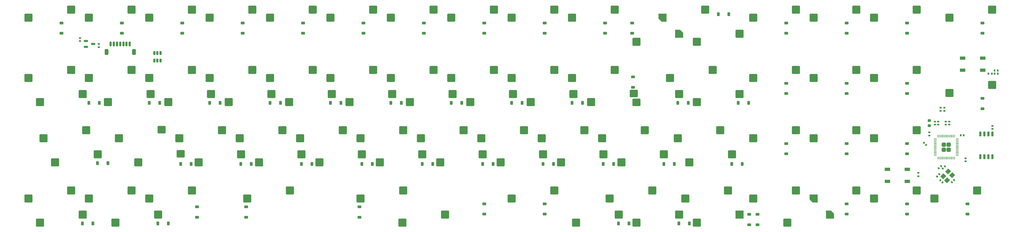
<source format=gbr>
%TF.GenerationSoftware,KiCad,Pcbnew,8.0.5*%
%TF.CreationDate,2024-09-17T11:40:20-04:00*%
%TF.ProjectId,Limousine,4c696d6f-7573-4696-9e65-2e6b69636164,rev?*%
%TF.SameCoordinates,Original*%
%TF.FileFunction,Paste,Bot*%
%TF.FilePolarity,Positive*%
%FSLAX46Y46*%
G04 Gerber Fmt 4.6, Leading zero omitted, Abs format (unit mm)*
G04 Created by KiCad (PCBNEW 8.0.5) date 2024-09-17 11:40:20*
%MOMM*%
%LPD*%
G01*
G04 APERTURE LIST*
G04 Aperture macros list*
%AMRoundRect*
0 Rectangle with rounded corners*
0 $1 Rounding radius*
0 $2 $3 $4 $5 $6 $7 $8 $9 X,Y pos of 4 corners*
0 Add a 4 corners polygon primitive as box body*
4,1,4,$2,$3,$4,$5,$6,$7,$8,$9,$2,$3,0*
0 Add four circle primitives for the rounded corners*
1,1,$1+$1,$2,$3*
1,1,$1+$1,$4,$5*
1,1,$1+$1,$6,$7*
1,1,$1+$1,$8,$9*
0 Add four rect primitives between the rounded corners*
20,1,$1+$1,$2,$3,$4,$5,0*
20,1,$1+$1,$4,$5,$6,$7,0*
20,1,$1+$1,$6,$7,$8,$9,0*
20,1,$1+$1,$8,$9,$2,$3,0*%
%AMRotRect*
0 Rectangle, with rotation*
0 The origin of the aperture is its center*
0 $1 length*
0 $2 width*
0 $3 Rotation angle, in degrees counterclockwise*
0 Add horizontal line*
21,1,$1,$2,0,0,$3*%
%AMOutline4P*
0 Free polygon, 4 corners , with rotation*
0 The origin of the aperture is its center*
0 number of corners: always 4*
0 $1 to $8 corner X, Y*
0 $9 Rotation angle, in degrees counterclockwise*
0 create outline with 4 corners*
4,1,4,$1,$2,$3,$4,$5,$6,$7,$8,$1,$2,$9*%
%AMOutline5P*
0 Free polygon, 5 corners , with rotation*
0 The origin of the aperture is its center*
0 number of corners: always 5*
0 $1 to $10 corner X, Y*
0 $11 Rotation angle, in degrees counterclockwise*
0 create outline with 5 corners*
4,1,5,$1,$2,$3,$4,$5,$6,$7,$8,$9,$10,$1,$2,$11*%
%AMOutline6P*
0 Free polygon, 6 corners , with rotation*
0 The origin of the aperture is its center*
0 number of corners: always 6*
0 $1 to $12 corner X, Y*
0 $13 Rotation angle, in degrees counterclockwise*
0 create outline with 6 corners*
4,1,6,$1,$2,$3,$4,$5,$6,$7,$8,$9,$10,$11,$12,$1,$2,$13*%
%AMOutline7P*
0 Free polygon, 7 corners , with rotation*
0 The origin of the aperture is its center*
0 number of corners: always 7*
0 $1 to $14 corner X, Y*
0 $15 Rotation angle, in degrees counterclockwise*
0 create outline with 7 corners*
4,1,7,$1,$2,$3,$4,$5,$6,$7,$8,$9,$10,$11,$12,$13,$14,$1,$2,$15*%
%AMOutline8P*
0 Free polygon, 8 corners , with rotation*
0 The origin of the aperture is its center*
0 number of corners: always 8*
0 $1 to $16 corner X, Y*
0 $17 Rotation angle, in degrees counterclockwise*
0 create outline with 8 corners*
4,1,8,$1,$2,$3,$4,$5,$6,$7,$8,$9,$10,$11,$12,$13,$14,$15,$16,$1,$2,$17*%
G04 Aperture macros list end*
%ADD10RoundRect,0.140000X0.170000X-0.140000X0.170000X0.140000X-0.170000X0.140000X-0.170000X-0.140000X0*%
%ADD11RoundRect,0.250000X1.025000X1.000000X-1.025000X1.000000X-1.025000X-1.000000X1.025000X-1.000000X0*%
%ADD12RoundRect,0.225000X0.375000X-0.225000X0.375000X0.225000X-0.375000X0.225000X-0.375000X-0.225000X0*%
%ADD13RoundRect,0.250000X-1.025000X-1.000000X1.025000X-1.000000X1.025000X1.000000X-1.025000X1.000000X0*%
%ADD14RoundRect,0.150000X-0.150000X0.475000X-0.150000X-0.475000X0.150000X-0.475000X0.150000X0.475000X0*%
%ADD15RoundRect,0.225000X0.225000X0.375000X-0.225000X0.375000X-0.225000X-0.375000X0.225000X-0.375000X0*%
%ADD16RoundRect,0.225000X-0.375000X0.225000X-0.375000X-0.225000X0.375000X-0.225000X0.375000X0.225000X0*%
%ADD17RoundRect,0.140000X-0.170000X0.140000X-0.170000X-0.140000X0.170000X-0.140000X0.170000X0.140000X0*%
%ADD18RoundRect,0.135000X-0.135000X-0.185000X0.135000X-0.185000X0.135000X0.185000X-0.135000X0.185000X0*%
%ADD19RoundRect,0.135000X-0.185000X0.135000X-0.185000X-0.135000X0.185000X-0.135000X0.185000X0.135000X0*%
%ADD20RoundRect,0.140000X0.021213X-0.219203X0.219203X-0.021213X-0.021213X0.219203X-0.219203X0.021213X0*%
%ADD21RoundRect,0.140000X-0.140000X-0.170000X0.140000X-0.170000X0.140000X0.170000X-0.140000X0.170000X0*%
%ADD22Outline5P,-1.275000X1.250000X0.275000X1.250000X1.275000X0.250000X1.275000X-1.250000X-1.275000X-1.250000X0.000000*%
%ADD23R,1.700000X1.000000*%
%ADD24RoundRect,0.249999X0.395001X0.395001X-0.395001X0.395001X-0.395001X-0.395001X0.395001X-0.395001X0*%
%ADD25RoundRect,0.050000X0.387500X0.050000X-0.387500X0.050000X-0.387500X-0.050000X0.387500X-0.050000X0*%
%ADD26RoundRect,0.050000X0.050000X0.387500X-0.050000X0.387500X-0.050000X-0.387500X0.050000X-0.387500X0*%
%ADD27RoundRect,0.150000X-0.512500X-0.150000X0.512500X-0.150000X0.512500X0.150000X-0.512500X0.150000X0*%
%ADD28RoundRect,0.150000X-0.150000X-0.625000X0.150000X-0.625000X0.150000X0.625000X-0.150000X0.625000X0*%
%ADD29RoundRect,0.250000X-0.350000X-0.650000X0.350000X-0.650000X0.350000X0.650000X-0.350000X0.650000X0*%
%ADD30RoundRect,0.140000X-0.021213X0.219203X-0.219203X0.021213X0.021213X-0.219203X0.219203X-0.021213X0*%
%ADD31RoundRect,0.230000X-1.045000X-0.920000X1.045000X-0.920000X1.045000X0.920000X-1.045000X0.920000X0*%
%ADD32RoundRect,0.225000X0.250000X-0.225000X0.250000X0.225000X-0.250000X0.225000X-0.250000X-0.225000X0*%
%ADD33RotRect,1.400000X1.200000X45.000000*%
%ADD34Outline4P,-1.275000X1.250000X1.275000X1.250000X1.275000X-1.250000X-1.275000X-1.250000X0.000000*%
%ADD35Outline5P,-1.275000X1.250000X0.275000X1.250000X1.275000X0.250000X1.275000X-1.250000X-1.275000X-1.250000X180.000000*%
%ADD36RoundRect,0.150000X0.150000X-0.650000X0.150000X0.650000X-0.150000X0.650000X-0.150000X-0.650000X0*%
%ADD37RoundRect,0.140000X0.219203X0.021213X0.021213X0.219203X-0.219203X-0.021213X-0.021213X-0.219203X0*%
%ADD38RoundRect,0.230000X1.045000X0.920000X-1.045000X0.920000X-1.045000X-0.920000X1.045000X-0.920000X0*%
%ADD39RoundRect,0.135000X0.035355X-0.226274X0.226274X-0.035355X-0.035355X0.226274X-0.226274X0.035355X0*%
G04 APERTURE END LIST*
D10*
%TO.C,C2*%
X34329672Y-30259361D03*
X34329672Y-29299361D03*
%TD*%
D11*
%TO.C,MX9*%
X170440000Y-22860000D03*
X183890000Y-20320000D03*
%TD*%
D12*
%TO.C,D6*%
X123731928Y-27843750D03*
X123731928Y-24543750D03*
%TD*%
%TO.C,D56*%
X180899450Y-84993750D03*
X180899450Y-81693750D03*
%TD*%
D13*
%TO.C,MX51*%
X45503720Y-87630008D03*
X58953720Y-85090008D03*
%TD*%
D14*
%TO.C,U2*%
X57787464Y-34047640D03*
X58737464Y-34047641D03*
X59687464Y-34047640D03*
X59687464Y-36397640D03*
X58737464Y-36397639D03*
X57787464Y-36397640D03*
%TD*%
D15*
%TO.C,D43*%
X221736880Y-69155488D03*
X218436880Y-69155488D03*
%TD*%
D11*
%TO.C,MX20*%
X75190000Y-41910000D03*
X88640000Y-39370000D03*
%TD*%
D13*
%TO.C,MX90*%
X239928584Y-66040024D03*
X226478584Y-68580024D03*
%TD*%
D12*
%TO.C,D1*%
X28482008Y-27843750D03*
X28482008Y-24543750D03*
%TD*%
%TO.C,D3*%
X66581976Y-27843750D03*
X66581976Y-24543750D03*
%TD*%
D15*
%TO.C,D17*%
X40444512Y-49807784D03*
X37144512Y-49807784D03*
%TD*%
D16*
%TO.C,D11*%
X208458432Y-24543750D03*
X208458432Y-27843750D03*
%TD*%
D12*
%TO.C,D45*%
X257081816Y-65943750D03*
X257081816Y-62643750D03*
%TD*%
D11*
%TO.C,MX50*%
X37090000Y-80010000D03*
X50540000Y-77470000D03*
%TD*%
%TO.C,MX36*%
X98164952Y-58420048D03*
X84714952Y-60960048D03*
%TD*%
D12*
%TO.C,D62*%
X295181784Y-84993750D03*
X295181784Y-81693750D03*
%TD*%
%TO.C,D63*%
X314231768Y-84993750D03*
X314231768Y-81693750D03*
%TD*%
D17*
%TO.C,C1*%
X40233420Y-31209360D03*
X40233420Y-32169360D03*
%TD*%
D11*
%TO.C,MX16*%
X308552500Y-22860000D03*
X322002500Y-20320000D03*
%TD*%
D15*
%TO.C,D27*%
X226181856Y-49807784D03*
X222881856Y-49807784D03*
%TD*%
D12*
%TO.C,D59*%
X245367776Y-88367192D03*
X245367776Y-85067192D03*
%TD*%
D11*
%TO.C,MX5*%
X94240000Y-22860000D03*
X107690000Y-20320000D03*
%TD*%
D18*
%TO.C,R4*%
X322800276Y-40574184D03*
X323820276Y-40574184D03*
%TD*%
D11*
%TO.C,MX37*%
X117214952Y-58420048D03*
X103764952Y-60960048D03*
%TD*%
D15*
%TO.C,D44*%
X243148248Y-69155488D03*
X239848248Y-69155488D03*
%TD*%
%TO.C,D22*%
X135694432Y-49807784D03*
X132394432Y-49807784D03*
%TD*%
D13*
%TO.C,MX49*%
X21691240Y-87630008D03*
X35141240Y-85090008D03*
%TD*%
%TO.C,MX82*%
X85147464Y-66040024D03*
X71697464Y-68580024D03*
%TD*%
D11*
%TO.C,MX44*%
X236277336Y-58420024D03*
X222827336Y-60960024D03*
%TD*%
%TO.C,MX30*%
X265690000Y-41910000D03*
X279140000Y-39370000D03*
%TD*%
D19*
%TO.C,R8*%
X305748572Y-51375112D03*
X305748572Y-52395112D03*
%TD*%
D12*
%TO.C,D13*%
X257081816Y-27843750D03*
X257081816Y-24543750D03*
%TD*%
D11*
%TO.C,MX52*%
X56140000Y-80010000D03*
X69590000Y-77470000D03*
%TD*%
D12*
%TO.C,D15*%
X295181784Y-27843750D03*
X295181784Y-24543750D03*
%TD*%
D20*
%TO.C,C10*%
X309278689Y-74846379D03*
X309957511Y-74167557D03*
%TD*%
D11*
%TO.C,MX54*%
X136264904Y-77470000D03*
X122814904Y-80010000D03*
%TD*%
D12*
%TO.C,D31*%
X295181784Y-46893750D03*
X295181784Y-43593750D03*
%TD*%
D13*
%TO.C,MX83*%
X104197448Y-66040024D03*
X90747448Y-68580024D03*
%TD*%
%TO.C,MX74*%
X119322408Y-49530000D03*
X132772408Y-46990000D03*
%TD*%
D15*
%TO.C,D41*%
X183636912Y-69155488D03*
X180336912Y-69155488D03*
%TD*%
D11*
%TO.C,MX47*%
X284740000Y-60960000D03*
X298190000Y-58420000D03*
%TD*%
D19*
%TO.C,R7*%
X306939196Y-51375112D03*
X306939196Y-52395112D03*
%TD*%
D12*
%TO.C,D60*%
X248046680Y-88367192D03*
X248046680Y-85067192D03*
%TD*%
D21*
%TO.C,C7*%
X312114660Y-60070652D03*
X313074660Y-60070652D03*
%TD*%
D13*
%TO.C,MX73*%
X100272424Y-49530000D03*
X113722424Y-46990000D03*
%TD*%
D12*
%TO.C,D29*%
X257081816Y-46893750D03*
X257081816Y-43593750D03*
%TD*%
D11*
%TO.C,MX1*%
X18040000Y-22860000D03*
X31490000Y-20320000D03*
%TD*%
D15*
%TO.C,D19*%
X78544480Y-49807784D03*
X75244480Y-49807784D03*
%TD*%
D11*
%TO.C,MX66*%
X303790000Y-80010000D03*
X317240000Y-77470000D03*
%TD*%
D12*
%TO.C,D30*%
X276131800Y-46893750D03*
X276131800Y-43593750D03*
%TD*%
D17*
%TO.C,C8*%
X313636456Y-67329708D03*
X313636456Y-68289708D03*
%TD*%
D13*
%TO.C,MX55*%
X149441144Y-85090000D03*
X135991144Y-87630000D03*
%TD*%
D15*
%TO.C,D12*%
X238981064Y-21828120D03*
X235681064Y-21828120D03*
%TD*%
D13*
%TO.C,MX84*%
X123247432Y-66040024D03*
X109797432Y-68580024D03*
%TD*%
D10*
%TO.C,C3*%
X305004432Y-56681124D03*
X305004432Y-55721124D03*
%TD*%
D12*
%TO.C,D7*%
X142781912Y-27843750D03*
X142781912Y-24543750D03*
%TD*%
D13*
%TO.C,MX28*%
X242310000Y-46990000D03*
X228860000Y-49530000D03*
%TD*%
D12*
%TO.C,D55*%
X161849330Y-84993750D03*
X161849330Y-81693750D03*
%TD*%
D22*
%TO.C,MX63*%
X270884792Y-85090000D03*
D13*
X257434792Y-87630000D03*
%TD*%
%TO.C,MX71*%
X62172456Y-49530000D03*
X75622456Y-46990000D03*
%TD*%
D15*
%TO.C,D38*%
X126486960Y-69155488D03*
X123186960Y-69155488D03*
%TD*%
D11*
%TO.C,MX70*%
X37090000Y-41910000D03*
X50540000Y-39370000D03*
%TD*%
D15*
%TO.C,D23*%
X154744416Y-49807784D03*
X151444416Y-49807784D03*
%TD*%
D18*
%TO.C,R6*%
X322800276Y-39532388D03*
X323820276Y-39532388D03*
%TD*%
D13*
%TO.C,MX80*%
X26453752Y-68580024D03*
X39903752Y-66040024D03*
%TD*%
D11*
%TO.C,MX19*%
X56140000Y-41910000D03*
X69590000Y-39370000D03*
%TD*%
D23*
%TO.C,RST1*%
X295250000Y-70821032D03*
X288950000Y-70821032D03*
X295250000Y-74621032D03*
X288950000Y-74621032D03*
%TD*%
D24*
%TO.C,U3*%
X308334508Y-64591352D03*
X308334508Y-62991352D03*
X306734508Y-64591352D03*
X306734508Y-62991352D03*
D25*
X310972008Y-61191352D03*
X310972008Y-61591352D03*
X310972008Y-61991352D03*
X310972008Y-62391352D03*
X310972008Y-62791352D03*
X310972008Y-63191352D03*
X310972008Y-63591352D03*
X310972008Y-63991352D03*
X310972008Y-64391352D03*
X310972008Y-64791352D03*
X310972008Y-65191352D03*
X310972008Y-65591352D03*
X310972008Y-65991352D03*
X310972008Y-66391352D03*
D26*
X310134508Y-67228852D03*
X309734508Y-67228852D03*
X309334508Y-67228852D03*
X308934508Y-67228852D03*
X308534508Y-67228852D03*
X308134508Y-67228852D03*
X307734508Y-67228852D03*
X307334508Y-67228852D03*
X306934508Y-67228852D03*
X306534508Y-67228852D03*
X306134508Y-67228852D03*
X305734508Y-67228852D03*
X305334508Y-67228852D03*
X304934508Y-67228852D03*
D25*
X304097008Y-66391352D03*
X304097008Y-65991352D03*
X304097008Y-65591352D03*
X304097008Y-65191352D03*
X304097008Y-64791352D03*
X304097008Y-64391352D03*
X304097008Y-63991352D03*
X304097008Y-63591352D03*
X304097008Y-63191352D03*
X304097008Y-62791352D03*
X304097008Y-62391352D03*
X304097008Y-61991352D03*
X304097008Y-61591352D03*
X304097008Y-61191352D03*
D26*
X304934508Y-60353852D03*
X305334508Y-60353852D03*
X305734508Y-60353852D03*
X306134508Y-60353852D03*
X306534508Y-60353852D03*
X306934508Y-60353852D03*
X307334508Y-60353852D03*
X307734508Y-60353852D03*
X308134508Y-60353852D03*
X308534508Y-60353852D03*
X308934508Y-60353852D03*
X309334508Y-60353852D03*
X309734508Y-60353852D03*
X310134508Y-60353852D03*
%TD*%
D15*
%TO.C,D21*%
X116644448Y-49807784D03*
X113344448Y-49807784D03*
%TD*%
%TO.C,D49*%
X62173400Y-87907816D03*
X58873400Y-87907816D03*
%TD*%
D27*
%TO.C,U1*%
X36168732Y-32159359D03*
X36168732Y-30259361D03*
X38443732Y-31209360D03*
%TD*%
D13*
%TO.C,MX69*%
X21691240Y-49530000D03*
X35141240Y-46990000D03*
%TD*%
D11*
%TO.C,MX35*%
X79114968Y-58420048D03*
X65664968Y-60960048D03*
%TD*%
D12*
%TO.C,D52*%
X86717128Y-85985944D03*
X86717128Y-82685944D03*
%TD*%
D11*
%TO.C,MX31*%
X284740000Y-41910000D03*
X298190000Y-39370000D03*
%TD*%
D12*
%TO.C,D4*%
X85631960Y-27843750D03*
X85631960Y-24543750D03*
%TD*%
D11*
%TO.C,MX10*%
X189490000Y-22860000D03*
X202940000Y-20320000D03*
%TD*%
D12*
%TO.C,D50*%
X71239016Y-85985944D03*
X71239016Y-82685944D03*
%TD*%
D13*
%TO.C,MX12*%
X242310000Y-27940000D03*
X228860000Y-30480000D03*
%TD*%
%TO.C,MX77*%
X176472360Y-49530000D03*
X189922360Y-46990000D03*
%TD*%
D11*
%TO.C,MX23*%
X132340000Y-41910000D03*
X145790000Y-39370000D03*
%TD*%
%TO.C,MX17*%
X18040000Y-41910000D03*
X31490000Y-39370000D03*
%TD*%
D28*
%TO.C,J1*%
X43996064Y-31209360D03*
X44996064Y-31209360D03*
X45996064Y-31209360D03*
X46996064Y-31209360D03*
X47996064Y-31209360D03*
X48996064Y-31209360D03*
X49996064Y-31209360D03*
D29*
X42696064Y-33734360D03*
X51296064Y-33734360D03*
%TD*%
D11*
%TO.C,MX24*%
X151390000Y-41910000D03*
X164840000Y-39370000D03*
%TD*%
D15*
%TO.C,D35*%
X69337008Y-69155488D03*
X66037008Y-69155488D03*
%TD*%
D13*
%TO.C,MX75*%
X138372392Y-49530000D03*
X151822392Y-46990000D03*
%TD*%
D11*
%TO.C,MX53*%
X100546184Y-77470000D03*
X87096184Y-80010000D03*
%TD*%
D30*
%TO.C,C13*%
X307072937Y-69896056D03*
X306394115Y-70574878D03*
%TD*%
D31*
%TO.C,MX81*%
X66097479Y-65940024D03*
D13*
X52647480Y-68580024D03*
%TD*%
%TO.C,MX85*%
X142297416Y-66040024D03*
X128847416Y-68580024D03*
%TD*%
D12*
%TO.C,D32*%
X318994264Y-51656250D03*
X318994264Y-48356250D03*
%TD*%
D31*
%TO.C,MX27*%
X209810000Y-49630000D03*
D13*
X223260000Y-46990000D03*
%TD*%
D11*
%TO.C,MX26*%
X189490000Y-41910000D03*
X202940000Y-39370000D03*
%TD*%
D15*
%TO.C,D48*%
X38360920Y-87907816D03*
X35060920Y-87907816D03*
%TD*%
D16*
%TO.C,D26*%
X208756088Y-41609352D03*
X208756088Y-44909352D03*
%TD*%
D11*
%TO.C,MX13*%
X246640000Y-22860000D03*
X260090000Y-20320000D03*
%TD*%
D32*
%TO.C,C5*%
X302220072Y-56976124D03*
X302220072Y-55426124D03*
%TD*%
D15*
%TO.C,D39*%
X145536944Y-69155488D03*
X142236944Y-69155488D03*
%TD*%
D33*
%TO.C,Y1*%
X306602134Y-73046637D03*
X308157769Y-71491002D03*
X309359850Y-72693083D03*
X307804215Y-74248718D03*
%TD*%
D10*
%TO.C,C16*%
X308427476Y-56681124D03*
X308427476Y-55721124D03*
%TD*%
D11*
%TO.C,MX62*%
X246640000Y-80010000D03*
X260090000Y-77470000D03*
%TD*%
D13*
%TO.C,MX78*%
X195522344Y-49530000D03*
D31*
X208972344Y-46890000D03*
%TD*%
D11*
%TO.C,MX4*%
X75190000Y-22860000D03*
X88640000Y-20320000D03*
%TD*%
D13*
%TO.C,MX61*%
X228860000Y-87630000D03*
D34*
X242310000Y-85090000D03*
%TD*%
D12*
%TO.C,D9*%
X180881880Y-27843750D03*
X180881880Y-24543750D03*
%TD*%
D11*
%TO.C,MX41*%
X193414952Y-58420048D03*
X179964952Y-60960048D03*
%TD*%
%TO.C,MX15*%
X284740000Y-22860000D03*
X298190000Y-20320000D03*
%TD*%
D10*
%TO.C,C11*%
X322119652Y-58020576D03*
X322119652Y-57060576D03*
%TD*%
D11*
%TO.C,MX56*%
X170440000Y-80010000D03*
X183890000Y-77470000D03*
%TD*%
D15*
%TO.C,D58*%
X226479512Y-87907816D03*
X223179512Y-87907816D03*
%TD*%
D11*
%TO.C,MX39*%
X155314952Y-58420048D03*
X141864952Y-60960048D03*
%TD*%
D35*
%TO.C,MX68*%
X218064824Y-22859992D03*
D11*
X231514824Y-20319992D03*
%TD*%
D15*
%TO.C,D37*%
X107436976Y-69155488D03*
X104136976Y-69155488D03*
%TD*%
%TO.C,D40*%
X164586928Y-69155488D03*
X161286928Y-69155488D03*
%TD*%
D11*
%TO.C,MX14*%
X265690000Y-22860000D03*
X279140000Y-20320000D03*
%TD*%
D18*
%TO.C,R3*%
X320865512Y-40574184D03*
X321885512Y-40574184D03*
%TD*%
D13*
%TO.C,MX88*%
X199447368Y-66040024D03*
X185997368Y-68580024D03*
%TD*%
D11*
%TO.C,MX40*%
X174364952Y-58420048D03*
X160914952Y-60960048D03*
%TD*%
D22*
%TO.C,MX11*%
X223260000Y-27940000D03*
D13*
X209810000Y-30480000D03*
%TD*%
%TO.C,MX89*%
X218497352Y-66040024D03*
X205047352Y-68580024D03*
%TD*%
D36*
%TO.C,U4*%
X322089888Y-66796040D03*
X320819888Y-66796040D03*
X319549888Y-66796040D03*
X318279888Y-66796040D03*
X318279888Y-59596040D03*
X319549888Y-59596040D03*
X320819888Y-59596040D03*
X322089888Y-59596040D03*
%TD*%
D11*
%TO.C,MX48*%
X18040000Y-80010000D03*
X31490000Y-77470000D03*
%TD*%
D15*
%TO.C,D42*%
X202667032Y-69155488D03*
X199367032Y-69155488D03*
%TD*%
D12*
%TO.C,D14*%
X276131800Y-27843750D03*
X276131800Y-24543750D03*
%TD*%
D11*
%TO.C,MX21*%
X94240000Y-41910000D03*
X107690000Y-39370000D03*
%TD*%
D13*
%TO.C,MX59*%
X209810000Y-87630000D03*
X223260000Y-85090000D03*
%TD*%
D11*
%TO.C,MX25*%
X170440000Y-41910000D03*
X183890000Y-39370000D03*
%TD*%
D15*
%TO.C,D28*%
X245231840Y-49807784D03*
X241931840Y-49807784D03*
%TD*%
D12*
%TO.C,D10*%
X199931864Y-27843750D03*
X199931864Y-24543750D03*
%TD*%
D11*
%TO.C,MX32*%
X308552500Y-46672500D03*
X322002500Y-44132500D03*
%TD*%
D37*
%TO.C,C12*%
X306385639Y-74995207D03*
X305706817Y-74316385D03*
%TD*%
D13*
%TO.C,MX86*%
X161347400Y-66040024D03*
X147897400Y-68580024D03*
%TD*%
D15*
%TO.C,D18*%
X59494496Y-49807784D03*
X56194496Y-49807784D03*
%TD*%
D11*
%TO.C,MX22*%
X113290000Y-41910000D03*
X126740000Y-39370000D03*
%TD*%
D12*
%TO.C,D54*%
X122435848Y-85985944D03*
X122435848Y-82685944D03*
%TD*%
%TO.C,D16*%
X318994264Y-27843750D03*
X318994264Y-24543750D03*
%TD*%
D11*
%TO.C,MX46*%
X265690000Y-60960000D03*
X279140000Y-58420000D03*
%TD*%
D15*
%TO.C,D36*%
X88367128Y-69155488D03*
X85067128Y-69155488D03*
%TD*%
D13*
%TO.C,MX72*%
X81222440Y-49530000D03*
X94672440Y-46990000D03*
%TD*%
D15*
%TO.C,D33*%
X43143280Y-68857808D03*
X39843280Y-68857808D03*
%TD*%
D12*
%TO.C,D61*%
X276131800Y-84993750D03*
X276131800Y-81693750D03*
%TD*%
D23*
%TO.C,BOOT1*%
X319018876Y-35697624D03*
X312718876Y-35697624D03*
X319018876Y-39497624D03*
X312718876Y-39497624D03*
%TD*%
D30*
%TO.C,C4*%
X305880734Y-69778837D03*
X305201912Y-70457659D03*
%TD*%
D11*
%TO.C,MX29*%
X246640000Y-41910000D03*
X260090000Y-39370000D03*
%TD*%
%TO.C,MX42*%
X212464952Y-58420048D03*
X199014952Y-60960048D03*
%TD*%
%TO.C,MX33*%
X22822352Y-60960024D03*
X36272352Y-58420024D03*
%TD*%
D12*
%TO.C,D2*%
X47531992Y-27843750D03*
X47531992Y-24543750D03*
%TD*%
D38*
%TO.C,MX34*%
X60064968Y-58320048D03*
D11*
X46614968Y-60960048D03*
%TD*%
D10*
%TO.C,C14*%
X303962636Y-56681124D03*
X303962636Y-55721124D03*
%TD*%
D12*
%TO.C,D46*%
X276131800Y-65943750D03*
X276131800Y-62643750D03*
%TD*%
D15*
%TO.C,D25*%
X192844384Y-49807784D03*
X189544384Y-49807784D03*
%TD*%
D13*
%TO.C,MX87*%
X180397384Y-66040024D03*
X166947384Y-68580024D03*
%TD*%
D12*
%TO.C,D47*%
X295181784Y-65943750D03*
X295181784Y-62643750D03*
%TD*%
D11*
%TO.C,MX45*%
X246640000Y-60960000D03*
X260090000Y-58420000D03*
%TD*%
D15*
%TO.C,D57*%
X207429528Y-87907816D03*
X204129528Y-87907816D03*
%TD*%
D19*
%TO.C,R5*%
X298753656Y-71954384D03*
X298753656Y-72974384D03*
%TD*%
D11*
%TO.C,MX65*%
X284740000Y-80010000D03*
X298190000Y-77470000D03*
%TD*%
D13*
%TO.C,MX18*%
X43122472Y-49530040D03*
X56572472Y-46990040D03*
%TD*%
D35*
%TO.C,MX64*%
X265690000Y-80010000D03*
D11*
X279140000Y-77470000D03*
%TD*%
D12*
%TO.C,D8*%
X161831896Y-27843750D03*
X161831896Y-24543750D03*
%TD*%
D37*
%TO.C,C9*%
X301176659Y-63088967D03*
X300497837Y-62410145D03*
%TD*%
D10*
%TO.C,C15*%
X307385680Y-56681124D03*
X307385680Y-55721124D03*
%TD*%
D15*
%TO.C,D24*%
X173794400Y-49807784D03*
X170494400Y-49807784D03*
%TD*%
D13*
%TO.C,MX76*%
X157422376Y-49530000D03*
X170872376Y-46990000D03*
%TD*%
D10*
%TO.C,C6*%
X302220072Y-60110432D03*
X302220072Y-59150432D03*
%TD*%
D11*
%TO.C,MX2*%
X37090000Y-22860000D03*
X50540000Y-20320000D03*
%TD*%
D13*
%TO.C,MX57*%
X190760000Y-87630000D03*
X204210000Y-85090000D03*
%TD*%
D11*
%TO.C,MX6*%
X113290000Y-22860000D03*
X126740000Y-20320000D03*
%TD*%
D15*
%TO.C,D20*%
X97594464Y-49807784D03*
X94294464Y-49807784D03*
%TD*%
D11*
%TO.C,MX8*%
X151390000Y-22860000D03*
X164840000Y-20320000D03*
%TD*%
%TO.C,MX38*%
X136264952Y-58420048D03*
X122814952Y-60960048D03*
%TD*%
%TO.C,MX60*%
X225208568Y-80010008D03*
X238658568Y-77470008D03*
%TD*%
D39*
%TO.C,R9*%
X304643808Y-73081656D03*
X305365056Y-72360408D03*
%TD*%
D11*
%TO.C,MX79*%
X233896072Y-39370000D03*
X220446072Y-41910000D03*
%TD*%
%TO.C,MX7*%
X132340000Y-22860000D03*
X145790000Y-20320000D03*
%TD*%
%TO.C,MX3*%
X56140000Y-22860000D03*
X69590000Y-20320000D03*
%TD*%
D12*
%TO.C,D5*%
X104681944Y-27843750D03*
X104681944Y-24543750D03*
%TD*%
D11*
%TO.C,MX58*%
X201396088Y-80010008D03*
X214846088Y-77470008D03*
%TD*%
M02*

</source>
